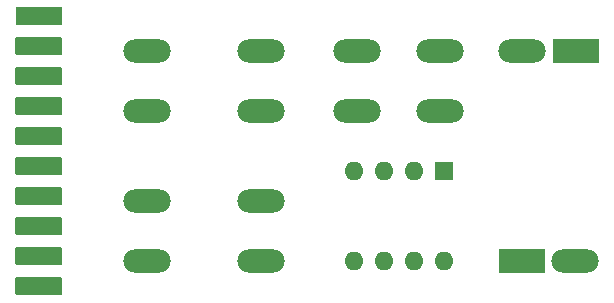
<source format=gbr>
G04 #@! TF.GenerationSoftware,KiCad,Pcbnew,5.1.5+dfsg1-2build2*
G04 #@! TF.CreationDate,2021-05-15T15:28:44-07:00*
G04 #@! TF.ProjectId,preamp-board-v5,70726561-6d70-42d6-926f-6172642d7635,rev?*
G04 #@! TF.SameCoordinates,Original*
G04 #@! TF.FileFunction,Soldermask,Top*
G04 #@! TF.FilePolarity,Negative*
%FSLAX46Y46*%
G04 Gerber Fmt 4.6, Leading zero omitted, Abs format (unit mm)*
G04 Created by KiCad (PCBNEW 5.1.5+dfsg1-2build2) date 2021-05-15 15:28:44*
%MOMM*%
%LPD*%
G04 APERTURE LIST*
%ADD10R,4.000000X2.000000*%
%ADD11O,4.000000X2.000000*%
%ADD12R,4.000000X1.524000*%
%ADD13C,0.100000*%
%ADD14R,1.600000X1.600000*%
%ADD15O,1.600000X1.600000*%
G04 APERTURE END LIST*
D10*
X678450000Y640715000D03*
D11*
X682950000Y640715000D03*
X678490000Y658495000D03*
D10*
X682990000Y658495000D03*
D11*
X664480000Y658495000D03*
X671480000Y658495000D03*
X671480000Y653415000D03*
X664480000Y653415000D03*
D12*
X637540000Y661420000D03*
D13*
G36*
X639359925Y659641039D02*
G01*
X639379305Y659638164D01*
X639398310Y659633403D01*
X639416756Y659626803D01*
X639434468Y659618426D01*
X639451272Y659608354D01*
X639467009Y659596683D01*
X639481526Y659583526D01*
X639494683Y659569009D01*
X639506354Y659553272D01*
X639516426Y659536468D01*
X639524803Y659518756D01*
X639531403Y659500310D01*
X639536164Y659481305D01*
X639539039Y659461925D01*
X639540000Y659442356D01*
X639540000Y658317644D01*
X639539039Y658298075D01*
X639536164Y658278695D01*
X639531403Y658259690D01*
X639524803Y658241244D01*
X639516426Y658223532D01*
X639506354Y658206728D01*
X639494683Y658190991D01*
X639481526Y658176474D01*
X639467009Y658163317D01*
X639451272Y658151646D01*
X639434468Y658141574D01*
X639416756Y658133197D01*
X639398310Y658126597D01*
X639379305Y658121836D01*
X639359925Y658118961D01*
X639340356Y658118000D01*
X635739644Y658118000D01*
X635720075Y658118961D01*
X635700695Y658121836D01*
X635681690Y658126597D01*
X635663244Y658133197D01*
X635645532Y658141574D01*
X635628728Y658151646D01*
X635612991Y658163317D01*
X635598474Y658176474D01*
X635585317Y658190991D01*
X635573646Y658206728D01*
X635563574Y658223532D01*
X635555197Y658241244D01*
X635548597Y658259690D01*
X635543836Y658278695D01*
X635540961Y658298075D01*
X635540000Y658317644D01*
X635540000Y659442356D01*
X635540961Y659461925D01*
X635543836Y659481305D01*
X635548597Y659500310D01*
X635555197Y659518756D01*
X635563574Y659536468D01*
X635573646Y659553272D01*
X635585317Y659569009D01*
X635598474Y659583526D01*
X635612991Y659596683D01*
X635628728Y659608354D01*
X635645532Y659618426D01*
X635663244Y659626803D01*
X635681690Y659633403D01*
X635700695Y659638164D01*
X635720075Y659641039D01*
X635739644Y659642000D01*
X639340356Y659642000D01*
X639359925Y659641039D01*
G37*
G36*
X639359925Y657101039D02*
G01*
X639379305Y657098164D01*
X639398310Y657093403D01*
X639416756Y657086803D01*
X639434468Y657078426D01*
X639451272Y657068354D01*
X639467009Y657056683D01*
X639481526Y657043526D01*
X639494683Y657029009D01*
X639506354Y657013272D01*
X639516426Y656996468D01*
X639524803Y656978756D01*
X639531403Y656960310D01*
X639536164Y656941305D01*
X639539039Y656921925D01*
X639540000Y656902356D01*
X639540000Y655777644D01*
X639539039Y655758075D01*
X639536164Y655738695D01*
X639531403Y655719690D01*
X639524803Y655701244D01*
X639516426Y655683532D01*
X639506354Y655666728D01*
X639494683Y655650991D01*
X639481526Y655636474D01*
X639467009Y655623317D01*
X639451272Y655611646D01*
X639434468Y655601574D01*
X639416756Y655593197D01*
X639398310Y655586597D01*
X639379305Y655581836D01*
X639359925Y655578961D01*
X639340356Y655578000D01*
X635739644Y655578000D01*
X635720075Y655578961D01*
X635700695Y655581836D01*
X635681690Y655586597D01*
X635663244Y655593197D01*
X635645532Y655601574D01*
X635628728Y655611646D01*
X635612991Y655623317D01*
X635598474Y655636474D01*
X635585317Y655650991D01*
X635573646Y655666728D01*
X635563574Y655683532D01*
X635555197Y655701244D01*
X635548597Y655719690D01*
X635543836Y655738695D01*
X635540961Y655758075D01*
X635540000Y655777644D01*
X635540000Y656902356D01*
X635540961Y656921925D01*
X635543836Y656941305D01*
X635548597Y656960310D01*
X635555197Y656978756D01*
X635563574Y656996468D01*
X635573646Y657013272D01*
X635585317Y657029009D01*
X635598474Y657043526D01*
X635612991Y657056683D01*
X635628728Y657068354D01*
X635645532Y657078426D01*
X635663244Y657086803D01*
X635681690Y657093403D01*
X635700695Y657098164D01*
X635720075Y657101039D01*
X635739644Y657102000D01*
X639340356Y657102000D01*
X639359925Y657101039D01*
G37*
G36*
X639359925Y654561039D02*
G01*
X639379305Y654558164D01*
X639398310Y654553403D01*
X639416756Y654546803D01*
X639434468Y654538426D01*
X639451272Y654528354D01*
X639467009Y654516683D01*
X639481526Y654503526D01*
X639494683Y654489009D01*
X639506354Y654473272D01*
X639516426Y654456468D01*
X639524803Y654438756D01*
X639531403Y654420310D01*
X639536164Y654401305D01*
X639539039Y654381925D01*
X639540000Y654362356D01*
X639540000Y653237644D01*
X639539039Y653218075D01*
X639536164Y653198695D01*
X639531403Y653179690D01*
X639524803Y653161244D01*
X639516426Y653143532D01*
X639506354Y653126728D01*
X639494683Y653110991D01*
X639481526Y653096474D01*
X639467009Y653083317D01*
X639451272Y653071646D01*
X639434468Y653061574D01*
X639416756Y653053197D01*
X639398310Y653046597D01*
X639379305Y653041836D01*
X639359925Y653038961D01*
X639340356Y653038000D01*
X635739644Y653038000D01*
X635720075Y653038961D01*
X635700695Y653041836D01*
X635681690Y653046597D01*
X635663244Y653053197D01*
X635645532Y653061574D01*
X635628728Y653071646D01*
X635612991Y653083317D01*
X635598474Y653096474D01*
X635585317Y653110991D01*
X635573646Y653126728D01*
X635563574Y653143532D01*
X635555197Y653161244D01*
X635548597Y653179690D01*
X635543836Y653198695D01*
X635540961Y653218075D01*
X635540000Y653237644D01*
X635540000Y654362356D01*
X635540961Y654381925D01*
X635543836Y654401305D01*
X635548597Y654420310D01*
X635555197Y654438756D01*
X635563574Y654456468D01*
X635573646Y654473272D01*
X635585317Y654489009D01*
X635598474Y654503526D01*
X635612991Y654516683D01*
X635628728Y654528354D01*
X635645532Y654538426D01*
X635663244Y654546803D01*
X635681690Y654553403D01*
X635700695Y654558164D01*
X635720075Y654561039D01*
X635739644Y654562000D01*
X639340356Y654562000D01*
X639359925Y654561039D01*
G37*
G36*
X639359925Y652021039D02*
G01*
X639379305Y652018164D01*
X639398310Y652013403D01*
X639416756Y652006803D01*
X639434468Y651998426D01*
X639451272Y651988354D01*
X639467009Y651976683D01*
X639481526Y651963526D01*
X639494683Y651949009D01*
X639506354Y651933272D01*
X639516426Y651916468D01*
X639524803Y651898756D01*
X639531403Y651880310D01*
X639536164Y651861305D01*
X639539039Y651841925D01*
X639540000Y651822356D01*
X639540000Y650697644D01*
X639539039Y650678075D01*
X639536164Y650658695D01*
X639531403Y650639690D01*
X639524803Y650621244D01*
X639516426Y650603532D01*
X639506354Y650586728D01*
X639494683Y650570991D01*
X639481526Y650556474D01*
X639467009Y650543317D01*
X639451272Y650531646D01*
X639434468Y650521574D01*
X639416756Y650513197D01*
X639398310Y650506597D01*
X639379305Y650501836D01*
X639359925Y650498961D01*
X639340356Y650498000D01*
X635739644Y650498000D01*
X635720075Y650498961D01*
X635700695Y650501836D01*
X635681690Y650506597D01*
X635663244Y650513197D01*
X635645532Y650521574D01*
X635628728Y650531646D01*
X635612991Y650543317D01*
X635598474Y650556474D01*
X635585317Y650570991D01*
X635573646Y650586728D01*
X635563574Y650603532D01*
X635555197Y650621244D01*
X635548597Y650639690D01*
X635543836Y650658695D01*
X635540961Y650678075D01*
X635540000Y650697644D01*
X635540000Y651822356D01*
X635540961Y651841925D01*
X635543836Y651861305D01*
X635548597Y651880310D01*
X635555197Y651898756D01*
X635563574Y651916468D01*
X635573646Y651933272D01*
X635585317Y651949009D01*
X635598474Y651963526D01*
X635612991Y651976683D01*
X635628728Y651988354D01*
X635645532Y651998426D01*
X635663244Y652006803D01*
X635681690Y652013403D01*
X635700695Y652018164D01*
X635720075Y652021039D01*
X635739644Y652022000D01*
X639340356Y652022000D01*
X639359925Y652021039D01*
G37*
G36*
X639359925Y649481039D02*
G01*
X639379305Y649478164D01*
X639398310Y649473403D01*
X639416756Y649466803D01*
X639434468Y649458426D01*
X639451272Y649448354D01*
X639467009Y649436683D01*
X639481526Y649423526D01*
X639494683Y649409009D01*
X639506354Y649393272D01*
X639516426Y649376468D01*
X639524803Y649358756D01*
X639531403Y649340310D01*
X639536164Y649321305D01*
X639539039Y649301925D01*
X639540000Y649282356D01*
X639540000Y648157644D01*
X639539039Y648138075D01*
X639536164Y648118695D01*
X639531403Y648099690D01*
X639524803Y648081244D01*
X639516426Y648063532D01*
X639506354Y648046728D01*
X639494683Y648030991D01*
X639481526Y648016474D01*
X639467009Y648003317D01*
X639451272Y647991646D01*
X639434468Y647981574D01*
X639416756Y647973197D01*
X639398310Y647966597D01*
X639379305Y647961836D01*
X639359925Y647958961D01*
X639340356Y647958000D01*
X635739644Y647958000D01*
X635720075Y647958961D01*
X635700695Y647961836D01*
X635681690Y647966597D01*
X635663244Y647973197D01*
X635645532Y647981574D01*
X635628728Y647991646D01*
X635612991Y648003317D01*
X635598474Y648016474D01*
X635585317Y648030991D01*
X635573646Y648046728D01*
X635563574Y648063532D01*
X635555197Y648081244D01*
X635548597Y648099690D01*
X635543836Y648118695D01*
X635540961Y648138075D01*
X635540000Y648157644D01*
X635540000Y649282356D01*
X635540961Y649301925D01*
X635543836Y649321305D01*
X635548597Y649340310D01*
X635555197Y649358756D01*
X635563574Y649376468D01*
X635573646Y649393272D01*
X635585317Y649409009D01*
X635598474Y649423526D01*
X635612991Y649436683D01*
X635628728Y649448354D01*
X635645532Y649458426D01*
X635663244Y649466803D01*
X635681690Y649473403D01*
X635700695Y649478164D01*
X635720075Y649481039D01*
X635739644Y649482000D01*
X639340356Y649482000D01*
X639359925Y649481039D01*
G37*
G36*
X639359925Y646941039D02*
G01*
X639379305Y646938164D01*
X639398310Y646933403D01*
X639416756Y646926803D01*
X639434468Y646918426D01*
X639451272Y646908354D01*
X639467009Y646896683D01*
X639481526Y646883526D01*
X639494683Y646869009D01*
X639506354Y646853272D01*
X639516426Y646836468D01*
X639524803Y646818756D01*
X639531403Y646800310D01*
X639536164Y646781305D01*
X639539039Y646761925D01*
X639540000Y646742356D01*
X639540000Y645617644D01*
X639539039Y645598075D01*
X639536164Y645578695D01*
X639531403Y645559690D01*
X639524803Y645541244D01*
X639516426Y645523532D01*
X639506354Y645506728D01*
X639494683Y645490991D01*
X639481526Y645476474D01*
X639467009Y645463317D01*
X639451272Y645451646D01*
X639434468Y645441574D01*
X639416756Y645433197D01*
X639398310Y645426597D01*
X639379305Y645421836D01*
X639359925Y645418961D01*
X639340356Y645418000D01*
X635739644Y645418000D01*
X635720075Y645418961D01*
X635700695Y645421836D01*
X635681690Y645426597D01*
X635663244Y645433197D01*
X635645532Y645441574D01*
X635628728Y645451646D01*
X635612991Y645463317D01*
X635598474Y645476474D01*
X635585317Y645490991D01*
X635573646Y645506728D01*
X635563574Y645523532D01*
X635555197Y645541244D01*
X635548597Y645559690D01*
X635543836Y645578695D01*
X635540961Y645598075D01*
X635540000Y645617644D01*
X635540000Y646742356D01*
X635540961Y646761925D01*
X635543836Y646781305D01*
X635548597Y646800310D01*
X635555197Y646818756D01*
X635563574Y646836468D01*
X635573646Y646853272D01*
X635585317Y646869009D01*
X635598474Y646883526D01*
X635612991Y646896683D01*
X635628728Y646908354D01*
X635645532Y646918426D01*
X635663244Y646926803D01*
X635681690Y646933403D01*
X635700695Y646938164D01*
X635720075Y646941039D01*
X635739644Y646942000D01*
X639340356Y646942000D01*
X639359925Y646941039D01*
G37*
G36*
X639359925Y644401039D02*
G01*
X639379305Y644398164D01*
X639398310Y644393403D01*
X639416756Y644386803D01*
X639434468Y644378426D01*
X639451272Y644368354D01*
X639467009Y644356683D01*
X639481526Y644343526D01*
X639494683Y644329009D01*
X639506354Y644313272D01*
X639516426Y644296468D01*
X639524803Y644278756D01*
X639531403Y644260310D01*
X639536164Y644241305D01*
X639539039Y644221925D01*
X639540000Y644202356D01*
X639540000Y643077644D01*
X639539039Y643058075D01*
X639536164Y643038695D01*
X639531403Y643019690D01*
X639524803Y643001244D01*
X639516426Y642983532D01*
X639506354Y642966728D01*
X639494683Y642950991D01*
X639481526Y642936474D01*
X639467009Y642923317D01*
X639451272Y642911646D01*
X639434468Y642901574D01*
X639416756Y642893197D01*
X639398310Y642886597D01*
X639379305Y642881836D01*
X639359925Y642878961D01*
X639340356Y642878000D01*
X635739644Y642878000D01*
X635720075Y642878961D01*
X635700695Y642881836D01*
X635681690Y642886597D01*
X635663244Y642893197D01*
X635645532Y642901574D01*
X635628728Y642911646D01*
X635612991Y642923317D01*
X635598474Y642936474D01*
X635585317Y642950991D01*
X635573646Y642966728D01*
X635563574Y642983532D01*
X635555197Y643001244D01*
X635548597Y643019690D01*
X635543836Y643038695D01*
X635540961Y643058075D01*
X635540000Y643077644D01*
X635540000Y644202356D01*
X635540961Y644221925D01*
X635543836Y644241305D01*
X635548597Y644260310D01*
X635555197Y644278756D01*
X635563574Y644296468D01*
X635573646Y644313272D01*
X635585317Y644329009D01*
X635598474Y644343526D01*
X635612991Y644356683D01*
X635628728Y644368354D01*
X635645532Y644378426D01*
X635663244Y644386803D01*
X635681690Y644393403D01*
X635700695Y644398164D01*
X635720075Y644401039D01*
X635739644Y644402000D01*
X639340356Y644402000D01*
X639359925Y644401039D01*
G37*
G36*
X639359925Y641861039D02*
G01*
X639379305Y641858164D01*
X639398310Y641853403D01*
X639416756Y641846803D01*
X639434468Y641838426D01*
X639451272Y641828354D01*
X639467009Y641816683D01*
X639481526Y641803526D01*
X639494683Y641789009D01*
X639506354Y641773272D01*
X639516426Y641756468D01*
X639524803Y641738756D01*
X639531403Y641720310D01*
X639536164Y641701305D01*
X639539039Y641681925D01*
X639540000Y641662356D01*
X639540000Y640537644D01*
X639539039Y640518075D01*
X639536164Y640498695D01*
X639531403Y640479690D01*
X639524803Y640461244D01*
X639516426Y640443532D01*
X639506354Y640426728D01*
X639494683Y640410991D01*
X639481526Y640396474D01*
X639467009Y640383317D01*
X639451272Y640371646D01*
X639434468Y640361574D01*
X639416756Y640353197D01*
X639398310Y640346597D01*
X639379305Y640341836D01*
X639359925Y640338961D01*
X639340356Y640338000D01*
X635739644Y640338000D01*
X635720075Y640338961D01*
X635700695Y640341836D01*
X635681690Y640346597D01*
X635663244Y640353197D01*
X635645532Y640361574D01*
X635628728Y640371646D01*
X635612991Y640383317D01*
X635598474Y640396474D01*
X635585317Y640410991D01*
X635573646Y640426728D01*
X635563574Y640443532D01*
X635555197Y640461244D01*
X635548597Y640479690D01*
X635543836Y640498695D01*
X635540961Y640518075D01*
X635540000Y640537644D01*
X635540000Y641662356D01*
X635540961Y641681925D01*
X635543836Y641701305D01*
X635548597Y641720310D01*
X635555197Y641738756D01*
X635563574Y641756468D01*
X635573646Y641773272D01*
X635585317Y641789009D01*
X635598474Y641803526D01*
X635612991Y641816683D01*
X635628728Y641828354D01*
X635645532Y641838426D01*
X635663244Y641846803D01*
X635681690Y641853403D01*
X635700695Y641858164D01*
X635720075Y641861039D01*
X635739644Y641862000D01*
X639340356Y641862000D01*
X639359925Y641861039D01*
G37*
G36*
X639359925Y639321039D02*
G01*
X639379305Y639318164D01*
X639398310Y639313403D01*
X639416756Y639306803D01*
X639434468Y639298426D01*
X639451272Y639288354D01*
X639467009Y639276683D01*
X639481526Y639263526D01*
X639494683Y639249009D01*
X639506354Y639233272D01*
X639516426Y639216468D01*
X639524803Y639198756D01*
X639531403Y639180310D01*
X639536164Y639161305D01*
X639539039Y639141925D01*
X639540000Y639122356D01*
X639540000Y637997644D01*
X639539039Y637978075D01*
X639536164Y637958695D01*
X639531403Y637939690D01*
X639524803Y637921244D01*
X639516426Y637903532D01*
X639506354Y637886728D01*
X639494683Y637870991D01*
X639481526Y637856474D01*
X639467009Y637843317D01*
X639451272Y637831646D01*
X639434468Y637821574D01*
X639416756Y637813197D01*
X639398310Y637806597D01*
X639379305Y637801836D01*
X639359925Y637798961D01*
X639340356Y637798000D01*
X635739644Y637798000D01*
X635720075Y637798961D01*
X635700695Y637801836D01*
X635681690Y637806597D01*
X635663244Y637813197D01*
X635645532Y637821574D01*
X635628728Y637831646D01*
X635612991Y637843317D01*
X635598474Y637856474D01*
X635585317Y637870991D01*
X635573646Y637886728D01*
X635563574Y637903532D01*
X635555197Y637921244D01*
X635548597Y637939690D01*
X635543836Y637958695D01*
X635540961Y637978075D01*
X635540000Y637997644D01*
X635540000Y639122356D01*
X635540961Y639141925D01*
X635543836Y639161305D01*
X635548597Y639180310D01*
X635555197Y639198756D01*
X635563574Y639216468D01*
X635573646Y639233272D01*
X635585317Y639249009D01*
X635598474Y639263526D01*
X635612991Y639276683D01*
X635628728Y639288354D01*
X635645532Y639298426D01*
X635663244Y639306803D01*
X635681690Y639313403D01*
X635700695Y639318164D01*
X635720075Y639321039D01*
X635739644Y639322000D01*
X639340356Y639322000D01*
X639359925Y639321039D01*
G37*
D11*
X646700000Y658495000D03*
X656320000Y658495000D03*
X656320000Y640715000D03*
X646700000Y640715000D03*
X646700000Y653415000D03*
X656320000Y653415000D03*
X656320000Y645795000D03*
X646700000Y645795000D03*
D14*
X671830000Y648335000D03*
D15*
X664210000Y640715000D03*
X669290000Y648335000D03*
X666750000Y640715000D03*
X666750000Y648335000D03*
X669290000Y640715000D03*
X664210000Y648335000D03*
X671830000Y640715000D03*
M02*

</source>
